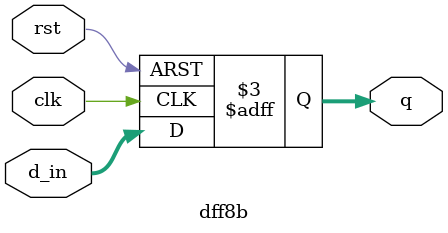
<source format=v>
module dff8b(
                input [7:0]d_in,
                input clk,rst,
                output reg[7:0] q
            );
    always @(posedge clk or negedge rst)
    begin
        if(!rst)
            q<=0;
        else 
            q<=d_in;
    end
endmodule

</source>
